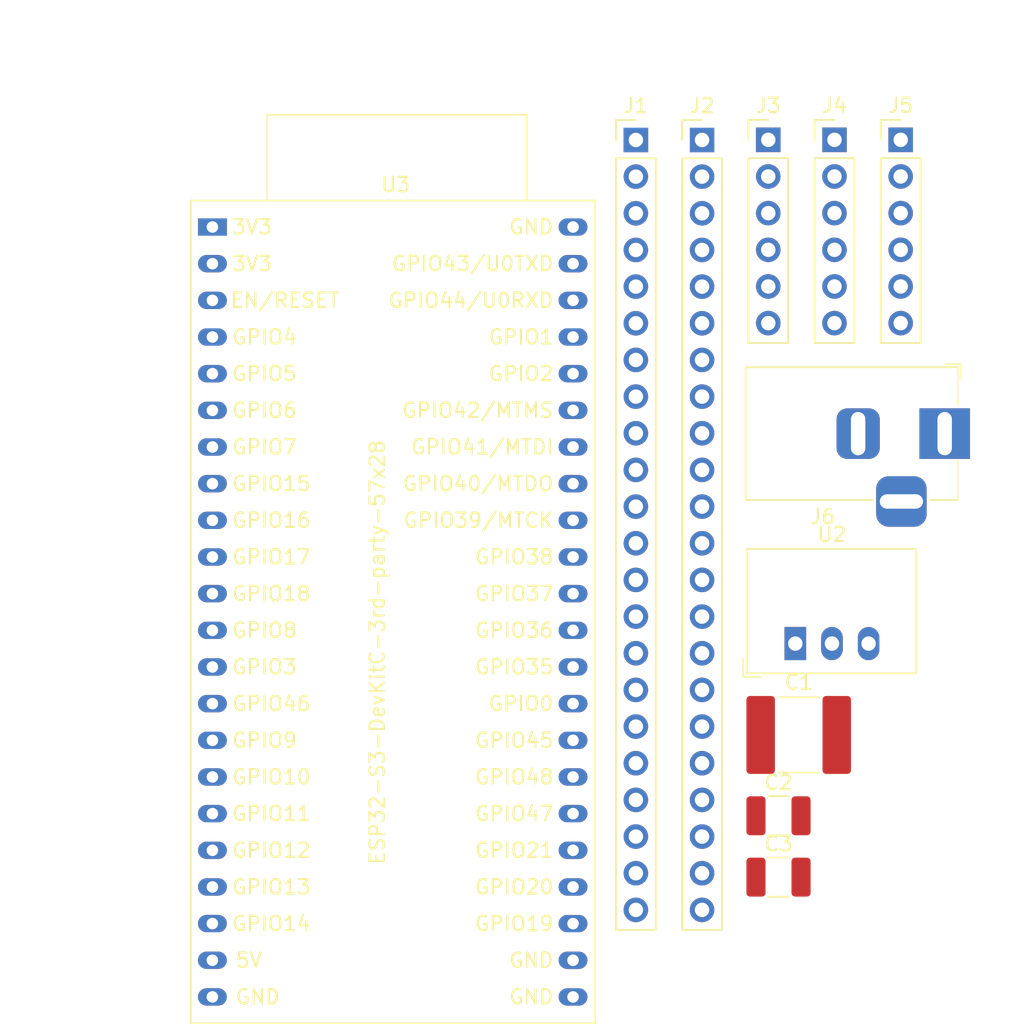
<source format=kicad_pcb>
(kicad_pcb (version 20241229) (generator "pcbnew") (generator_version "9.0")
  (layers (0 "F.Cu" signal) (2 "B.Cu" signal) (13 "F.Paste" user) (15 "B.Paste" user) (5 "F.SilkS" user "F.Silkscreen") (7 "B.SilkS" user "B.Silkscreen") (1 "F.Mask" user) (3 "B.Mask" user) (25 "Edge.Cuts" user))
  (net 0 "")
  (net 1 "+12V")
  (net 2 "GND")
  (net 3 "+5V")
  (net 4 "GPIO19_RTS1")
  (net 5 "GPIO36_CTS2")
  (net 6 "GPIO37_TX2")
  (net 7 "GPIO38_RX2")
  (net 8 "GPIO1_RX0")
  (net 9 "GPIO20_CTS1")
  (net 10 "GPIO35_RTS2")
  (net 11 "GPIO43_TX0")
  (net 12 "GPIO15_RTS0")
  (net 13 "+3.3V")
  (net 14 "GPIO17_TX1")
  (net 15 "GPIO16_CTS0")
  (net 16 "GPIO18_RX1")
  (net 18 "GPIO44")
  (net 19 "GPIO40")
  (net 20 "GPIO47")
  (net 21 "GPIO48")
  (net 22 "GPIO41")
  (net 23 "GPIO2")
  (net 24 "GPIO0")
  (net 25 "GPIO21")
  (net 26 "GPIO45")
  (net 27 "GPIO39")
  (net 28 "GPIO42")
  (net 29 "GPIO4")
  (net 30 "GPIO12")
  (net 31 "/GPIO7")
  (net 32 "GPIO10")
  (net 33 "GPIO6")
  (net 34 "GPIO46")
  (net 35 "GPIO11")
  (net 36 "GPIO8")
  (net 37 "GPIO14")
  (net 38 "GPIO3")
  (net 39 "GPIO5")
  (net 40 "GPIO13")
  (net 41 "RST")
  (net 42 "GPIO9")
  (footprint "Capacitor_SMD:C_2220_5750Metric_Pad1.97x5.40mm_HandSolder" (layer "F.Cu") (at 174.155 114.33)
    (property "Reference" "C1" (at 0 -3.65 0) (layer "F.SilkS"))
    (property "Value" "22uF/50V")
    (fp_line (start -1.415748 -2.61) (end 1.415748 -2.61) (stroke (width 0.12)) (layer "F.SilkS"))
    (fp_line (start -1.415748 2.61) (end 1.415748 2.61) (stroke (width 0.12)) (layer "F.SilkS"))
    (pad "1" smd roundrect (at -2.6375 0) (size 1.975 5.4) (layers "F.Cu" "F.Mask" "F.Paste") (roundrect_rratio 0.126582) (net 1 "+12V"))
    (pad "2" smd roundrect (at 2.6375 0) (size 1.975 5.4) (layers "F.Cu" "F.Mask" "F.Paste") (roundrect_rratio 0.126582) (net 2 "GND"))
  )
  (footprint "Connector_PinHeader_2.54mm:PinHeader_1x06_P2.54mm_Vertical" (layer "F.Cu") (at 172.045 73.1)
    (property "Reference" "J3" (at 0 -2.38 0) (layer "F.SilkS"))
    (property "Value" "Conn_01x06_Socket")
    (fp_line (start -1.38 -1.38) (end 0 -1.38) (stroke (width 0.12)) (layer "F.SilkS"))
    (fp_line (start -1.38 0) (end -1.38 -1.38) (stroke (width 0.12)) (layer "F.SilkS"))
    (fp_line (start -1.38 1.27) (end -1.38 14.08) (stroke (width 0.12)) (layer "F.SilkS"))
    (fp_line (start -1.38 1.27) (end 1.38 1.27) (stroke (width 0.12)) (layer "F.SilkS"))
    (fp_line (start -1.38 14.08) (end 1.38 14.08) (stroke (width 0.12)) (layer "F.SilkS"))
    (fp_line (start 1.38 1.27) (end 1.38 14.08) (stroke (width 0.12)) (layer "F.SilkS"))
    (pad "1" thru_hole rect (at 0 0) (size 1.7 1.7) (drill 1) (layers "*.Cu" "*.Mask") (net 15 "GPIO16_CTS0"))
    (pad "2" thru_hole circle (at 0 2.54) (size 1.7 1.7) (drill 1) (layers "*.Cu" "*.Mask") (net 11 "GPIO43_TX0"))
    (pad "3" thru_hole circle (at 0 5.08) (size 1.7 1.7) (drill 1) (layers "*.Cu" "*.Mask") (net 8 "GPIO1_RX0"))
    (pad "4" thru_hole circle (at 0 7.62) (size 1.7 1.7) (drill 1) (layers "*.Cu" "*.Mask") (net 3 "+5V"))
    (pad "5" thru_hole circle (at 0 10.16) (size 1.7 1.7) (drill 1) (layers "*.Cu" "*.Mask") (net 12 "GPIO15_RTS0"))
    (pad "6" thru_hole circle (at 0 12.7) (size 1.7 1.7) (drill 1) (layers "*.Cu" "*.Mask") (net 2 "GND"))
  )
  (footprint "Connector_PinHeader_2.54mm:PinHeader_1x06_P2.54mm_Vertical" (layer "F.Cu") (at 181.225 73.1)
    (property "Reference" "J5" (at 0 -2.38 0) (layer "F.SilkS"))
    (property "Value" "Conn_01x06_Socket")
    (fp_line (start -1.38 -1.38) (end 0 -1.38) (stroke (width 0.12)) (layer "F.SilkS"))
    (fp_line (start -1.38 0) (end -1.38 -1.38) (stroke (width 0.12)) (layer "F.SilkS"))
    (fp_line (start -1.38 1.27) (end -1.38 14.08) (stroke (width 0.12)) (layer "F.SilkS"))
    (fp_line (start -1.38 1.27) (end 1.38 1.27) (stroke (width 0.12)) (layer "F.SilkS"))
    (fp_line (start -1.38 14.08) (end 1.38 14.08) (stroke (width 0.12)) (layer "F.SilkS"))
    (fp_line (start 1.38 1.27) (end 1.38 14.08) (stroke (width 0.12)) (layer "F.SilkS"))
    (pad "1" thru_hole rect (at 0 0) (size 1.7 1.7) (drill 1) (layers "*.Cu" "*.Mask") (net 5 "GPIO36_CTS2"))
    (pad "2" thru_hole circle (at 0 2.54) (size 1.7 1.7) (drill 1) (layers "*.Cu" "*.Mask") (net 6 "GPIO37_TX2"))
    (pad "3" thru_hole circle (at 0 5.08) (size 1.7 1.7) (drill 1) (layers "*.Cu" "*.Mask") (net 7 "GPIO38_RX2"))
    (pad "4" thru_hole circle (at 0 7.62) (size 1.7 1.7) (drill 1) (layers "*.Cu" "*.Mask") (net 3 "+5V"))
    (pad "5" thru_hole circle (at 0 10.16) (size 1.7 1.7) (drill 1) (layers "*.Cu" "*.Mask") (net 10 "GPIO35_RTS2"))
    (pad "6" thru_hole circle (at 0 12.7) (size 1.7 1.7) (drill 1) (layers "*.Cu" "*.Mask") (net 2 "GND"))
  )
  (footprint "Capacitor_SMD:C_1210_3225Metric_Pad1.33x2.70mm_HandSolder" (layer "F.Cu") (at 172.755 124.18)
    (property "Reference" "C3" (at 0 -2.3 0) (layer "F.SilkS"))
    (property "Value" "10uF/10V")
    (fp_line (start -0.711252 -1.36) (end 0.711252 -1.36) (stroke (width 0.12)) (layer "F.SilkS"))
    (fp_line (start -0.711252 1.36) (end 0.711252 1.36) (stroke (width 0.12)) (layer "F.SilkS"))
    (pad "1" smd roundrect (at -1.5625 0) (size 1.325 2.7) (layers "F.Cu" "F.Mask" "F.Paste") (roundrect_rratio 0.188679) (net 3 "+5V"))
    (pad "2" smd roundrect (at 1.5625 0) (size 1.325 2.7) (layers "F.Cu" "F.Mask" "F.Paste") (roundrect_rratio 0.188679) (net 2 "GND"))
  )
  (footprint "Converter_DCDC:Converter_DCDC_RECOM_R-78E-0.5_THT" (layer "F.Cu") (at 173.92 108)
    (property "Reference" "U2" (at 2.54 -7.56 0) (layer "F.SilkS"))
    (property "Value" "R-78C5.0-1.0")
    (fp_line (start -3.61 1.06) (end -3.61 2.3) (stroke (width 0.12)) (layer "F.SilkS"))
    (fp_line (start -3.61 2.3) (end -2.37 2.3) (stroke (width 0.12)) (layer "F.SilkS"))
    (fp_line (start -3.37 -6.56) (end 8.35 -6.56) (stroke (width 0.12)) (layer "F.SilkS"))
    (fp_line (start -3.37 2.06) (end -3.37 -6.56) (stroke (width 0.12)) (layer "F.SilkS"))
    (fp_line (start 8.35 -6.56) (end 8.35 2.06) (stroke (width 0.12)) (layer "F.SilkS"))
    (fp_line (start 8.35 2.06) (end -3.37 2.06) (stroke (width 0.12)) (layer "F.SilkS"))
    (pad "1" thru_hole rect (at 0 0) (size 1.5 2.3) (drill 1) (layers "*.Cu" "*.Mask") (net 1 "+12V"))
    (pad "2" thru_hole oval (at 2.54 0) (size 1.5 2.3) (drill 1) (layers "*.Cu" "*.Mask") (net 2 "GND"))
    (pad "3" thru_hole oval (at 5.08 0) (size 1.5 2.3) (drill 1) (layers "*.Cu" "*.Mask") (net 3 "+5V"))
  )
  (footprint "Capacitor_SMD:C_1210_3225Metric_Pad1.33x2.70mm_HandSolder" (layer "F.Cu") (at 172.755 119.93)
    (property "Reference" "C2" (at 0 -2.3 0) (layer "F.SilkS"))
    (property "Value" "4.7uF/16V")
    (fp_line (start -0.711252 -1.36) (end 0.711252 -1.36) (stroke (width 0.12)) (layer "F.SilkS"))
    (fp_line (start -0.711252 1.36) (end 0.711252 1.36) (stroke (width 0.12)) (layer "F.SilkS"))
    (pad "1" smd roundrect (at -1.5625 0) (size 1.325 2.7) (layers "F.Cu" "F.Mask" "F.Paste") (roundrect_rratio 0.188679) (net 3 "+5V"))
    (pad "2" smd roundrect (at 1.5625 0) (size 1.325 2.7) (layers "F.Cu" "F.Mask" "F.Paste") (roundrect_rratio 0.188679) (net 2 "GND"))
  )
  (footprint "Connector_PinHeader_2.54mm:PinHeader_1x22_P2.54mm_Vertical" (layer "F.Cu") (at 162.865 73.11)
    (property "Reference" "J1" (at 0 -2.38 0) (layer "F.SilkS"))
    (property "Value" "Conn_01x22_Socket")
    (fp_line (start -1.38 -1.38) (end 0 -1.38) (stroke (width 0.12)) (layer "F.SilkS"))
    (fp_line (start -1.38 0) (end -1.38 -1.38) (stroke (width 0.12)) (layer "F.SilkS"))
    (fp_line (start -1.38 1.27) (end -1.38 54.72) (stroke (width 0.12)) (layer "F.SilkS"))
    (fp_line (start -1.38 1.27) (end 1.38 1.27) (stroke (width 0.12)) (layer "F.SilkS"))
    (fp_line (start -1.38 54.72) (end 1.38 54.72) (stroke (width 0.12)) (layer "F.SilkS"))
    (fp_line (start 1.38 1.27) (end 1.38 54.72) (stroke (width 0.12)) (layer "F.SilkS"))
    (pad "1" thru_hole rect (at 0 0) (size 1.7 1.7) (drill 1) (layers "*.Cu" "*.Mask") (net 2 "GND"))
    (pad "2" thru_hole circle (at 0 2.54) (size 1.7 1.7) (drill 1) (layers "*.Cu" "*.Mask") (net 11 "GPIO43_TX0"))
    (pad "3" thru_hole circle (at 0 5.08) (size 1.7 1.7) (drill 1) (layers "*.Cu" "*.Mask") (net 18 "GPIO44"))
    (pad "4" thru_hole circle (at 0 7.62) (size 1.7 1.7) (drill 1) (layers "*.Cu" "*.Mask") (net 8 "GPIO1_RX0"))
    (pad "5" thru_hole circle (at 0 10.16) (size 1.7 1.7) (drill 1) (layers "*.Cu" "*.Mask") (net 23 "GPIO2"))
    (pad "6" thru_hole circle (at 0 12.7) (size 1.7 1.7) (drill 1) (layers "*.Cu" "*.Mask") (net 28 "GPIO42"))
    (pad "7" thru_hole circle (at 0 15.24) (size 1.7 1.7) (drill 1) (layers "*.Cu" "*.Mask") (net 22 "GPIO41"))
    (pad "8" thru_hole circle (at 0 17.78) (size 1.7 1.7) (drill 1) (layers "*.Cu" "*.Mask") (net 19 "GPIO40"))
    (pad "9" thru_hole circle (at 0 20.32) (size 1.7 1.7) (drill 1) (layers "*.Cu" "*.Mask") (net 27 "GPIO39"))
    (pad "10" thru_hole circle (at 0 22.86) (size 1.7 1.7) (drill 1) (layers "*.Cu" "*.Mask") (net 7 "GPIO38_RX2"))
    (pad "11" thru_hole circle (at 0 25.4) (size 1.7 1.7) (drill 1) (layers "*.Cu" "*.Mask") (net 6 "GPIO37_TX2"))
    (pad "12" thru_hole circle (at 0 27.94) (size 1.7 1.7) (drill 1) (layers "*.Cu" "*.Mask") (net 5 "GPIO36_CTS2"))
    (pad "13" thru_hole circle (at 0 30.48) (size 1.7 1.7) (drill 1) (layers "*.Cu" "*.Mask") (net 10 "GPIO35_RTS2"))
    (pad "14" thru_hole circle (at 0 33.02) (size 1.7 1.7) (drill 1) (layers "*.Cu" "*.Mask") (net 24 "GPIO0"))
    (pad "15" thru_hole circle (at 0 35.56) (size 1.7 1.7) (drill 1) (layers "*.Cu" "*.Mask") (net 26 "GPIO45"))
    (pad "16" thru_hole circle (at 0 38.1) (size 1.7 1.7) (drill 1) (layers "*.Cu" "*.Mask") (net 21 "GPIO48"))
    (pad "17" thru_hole circle (at 0 40.64) (size 1.7 1.7) (drill 1) (layers "*.Cu" "*.Mask") (net 20 "GPIO47"))
    (pad "18" thru_hole circle (at 0 43.18) (size 1.7 1.7) (drill 1) (layers "*.Cu" "*.Mask") (net 25 "GPIO21"))
    (pad "19" thru_hole circle (at 0 45.72) (size 1.7 1.7) (drill 1) (layers "*.Cu" "*.Mask") (net 9 "GPIO20_CTS1"))
    (pad "20" thru_hole circle (at 0 48.26) (size 1.7 1.7) (drill 1) (layers "*.Cu" "*.Mask") (net 4 "GPIO19_RTS1"))
    (pad "21" thru_hole circle (at 0 50.8) (size 1.7 1.7) (drill 1) (layers "*.Cu" "*.Mask") (net 2 "GND"))
    (pad "22" thru_hole circle (at 0 53.34) (size 1.7 1.7) (drill 1) (layers "*.Cu" "*.Mask") (net 2 "GND"))
  )
  (footprint "Connector_BarrelJack:BarrelJack_Horizontal" (layer "F.Cu") (at 184.275 93.455)
    (property "Reference" "J6" (at -8.45 5.75 0) (layer "F.SilkS"))
    (property "Value" "Barrel_Jack_Switch")
    (fp_line (start -13.8 -4.6) (end 0.9 -4.6) (stroke (width 0.12)) (layer "F.SilkS"))
    (fp_line (start -13.8 4.6) (end -13.8 -4.6) (stroke (width 0.12)) (layer "F.SilkS"))
    (fp_line (start -5 4.6) (end -13.8 4.6) (stroke (width 0.12)) (layer "F.SilkS"))
    (fp_line (start 0.05 -4.8) (end 1.1 -4.8) (stroke (width 0.12)) (layer "F.SilkS"))
    (fp_line (start 0.9 -4.6) (end 0.9 -2) (stroke (width 0.12)) (layer "F.SilkS"))
    (fp_line (start 0.9 1.9) (end 0.9 4.6) (stroke (width 0.12)) (layer "F.SilkS"))
    (fp_line (start 0.9 4.6) (end -1 4.6) (stroke (width 0.12)) (layer "F.SilkS"))
    (fp_line (start 1.1 -3.75) (end 1.1 -4.8) (stroke (width 0.12)) (layer "F.SilkS"))
    (pad "1" thru_hole rect (at 0 0) (size 3.5 3.5) (drill oval 1 3) (layers "*.Cu" "*.Mask") (net 1 "+12V"))
    (pad "2" thru_hole roundrect (at -6 0) (size 3 3.5) (drill oval 1 3) (layers "*.Cu" "*.Mask") (net 2 "GND"))
    (pad "3" thru_hole roundrect (at -3 4.7) (size 3.5 3.5) (drill oval 3 1) (layers "*.Cu" "*.Mask"))
  )
  (footprint "Connector_PinHeader_2.54mm:PinHeader_1x06_P2.54mm_Vertical" (layer "F.Cu") (at 176.635 73.1)
    (property "Reference" "J4" (at 0 -2.38 0) (layer "F.SilkS"))
    (property "Value" "Conn_01x06_Socket")
    (fp_line (start -1.38 -1.38) (end 0 -1.38) (stroke (width 0.12)) (layer "F.SilkS"))
    (fp_line (start -1.38 0) (end -1.38 -1.38) (stroke (width 0.12)) (layer "F.SilkS"))
    (fp_line (start -1.38 1.27) (end -1.38 14.08) (stroke (width 0.12)) (layer "F.SilkS"))
    (fp_line (start -1.38 1.27) (end 1.38 1.27) (stroke (width 0.12)) (layer "F.SilkS"))
    (fp_line (start -1.38 14.08) (end 1.38 14.08) (stroke (width 0.12)) (layer "F.SilkS"))
    (fp_line (start 1.38 1.27) (end 1.38 14.08) (stroke (width 0.12)) (layer "F.SilkS"))
    (pad "1" thru_hole rect (at 0 0) (size 1.7 1.7) (drill 1) (layers "*.Cu" "*.Mask") (net 9 "GPIO20_CTS1"))
    (pad "2" thru_hole circle (at 0 2.54) (size 1.7 1.7) (drill 1) (layers "*.Cu" "*.Mask") (net 14 "GPIO17_TX1"))
    (pad "3" thru_hole circle (at 0 5.08) (size 1.7 1.7) (drill 1) (layers "*.Cu" "*.Mask") (net 16 "GPIO18_RX1"))
    (pad "4" thru_hole circle (at 0 7.62) (size 1.7 1.7) (drill 1) (layers "*.Cu" "*.Mask") (net 3 "+5V"))
    (pad "5" thru_hole circle (at 0 10.16) (size 1.7 1.7) (drill 1) (layers "*.Cu" "*.Mask") (net 4 "GPIO19_RTS1"))
    (pad "6" thru_hole circle (at 0 12.7) (size 1.7 1.7) (drill 1) (layers "*.Cu" "*.Mask") (net 2 "GND"))
  )
  (footprint "Connector_PinHeader_2.54mm:PinHeader_1x22_P2.54mm_Vertical" (layer "F.Cu") (at 167.455 73.11)
    (property "Reference" "J2" (at 0 -2.38 0) (layer "F.SilkS"))
    (property "Value" "Conn_01x22_Socket")
    (fp_line (start -1.38 -1.38) (end 0 -1.38) (stroke (width 0.12)) (layer "F.SilkS"))
    (fp_line (start -1.38 0) (end -1.38 -1.38) (stroke (width 0.12)) (layer "F.SilkS"))
    (fp_line (start -1.38 1.27) (end -1.38 54.72) (stroke (width 0.12)) (layer "F.SilkS"))
    (fp_line (start -1.38 1.27) (end 1.38 1.27) (stroke (width 0.12)) (layer "F.SilkS"))
    (fp_line (start -1.38 54.72) (end 1.38 54.72) (stroke (width 0.12)) (layer "F.SilkS"))
    (fp_line (start 1.38 1.27) (end 1.38 54.72) (stroke (width 0.12)) (layer "F.SilkS"))
    (pad "1" thru_hole rect (at 0 0) (size 1.7 1.7) (drill 1) (layers "*.Cu" "*.Mask") (net 13 "+3.3V"))
    (pad "2" thru_hole circle (at 0 2.54) (size 1.7 1.7) (drill 1) (layers "*.Cu" "*.Mask") (net 13 "+3.3V"))
    (pad "3" thru_hole circle (at 0 5.08) (size 1.7 1.7) (drill 1) (layers "*.Cu" "*.Mask") (net 41 "RST"))
    (pad "4" thru_hole circle (at 0 7.62) (size 1.7 1.7) (drill 1) (layers "*.Cu" "*.Mask") (net 29 "GPIO4"))
    (pad "5" thru_hole circle (at 0 10.16) (size 1.7 1.7) (drill 1) (layers "*.Cu" "*.Mask") (net 39 "GPIO5"))
    (pad "6" thru_hole circle (at 0 12.7) (size 1.7 1.7) (drill 1) (layers "*.Cu" "*.Mask") (net 33 "GPIO6"))
    (pad "7" thru_hole circle (at 0 15.24) (size 1.7 1.7) (drill 1) (layers "*.Cu" "*.Mask") (net 31 "/GPIO7"))
    (pad "8" thru_hole circle (at 0 17.78) (size 1.7 1.7) (drill 1) (layers "*.Cu" "*.Mask") (net 12 "GPIO15_RTS0"))
    (pad "9" thru_hole circle (at 0 20.32) (size 1.7 1.7) (drill 1) (layers "*.Cu" "*.Mask") (net 15 "GPIO16_CTS0"))
    (pad "10" thru_hole circle (at 0 22.86) (size 1.7 1.7) (drill 1) (layers "*.Cu" "*.Mask") (net 14 "GPIO17_TX1"))
    (pad "11" thru_hole circle (at 0 25.4) (size 1.7 1.7) (drill 1) (layers "*.Cu" "*.Mask") (net 16 "GPIO18_RX1"))
    (pad "12" thru_hole circle (at 0 27.94) (size 1.7 1.7) (drill 1) (layers "*.Cu" "*.Mask") (net 36 "GPIO8"))
    (pad "13" thru_hole circle (at 0 30.48) (size 1.7 1.7) (drill 1) (layers "*.Cu" "*.Mask") (net 38 "GPIO3"))
    (pad "14" thru_hole circle (at 0 33.02) (size 1.7 1.7) (drill 1) (layers "*.Cu" "*.Mask") (net 34 "GPIO46"))
    (pad "15" thru_hole circle (at 0 35.56) (size 1.7 1.7) (drill 1) (layers "*.Cu" "*.Mask") (net 42 "GPIO9"))
    (pad "16" thru_hole circle (at 0 38.1) (size 1.7 1.7) (drill 1) (layers "*.Cu" "*.Mask") (net 32 "GPIO10"))
    (pad "17" thru_hole circle (at 0 40.64) (size 1.7 1.7) (drill 1) (layers "*.Cu" "*.Mask") (net 35 "GPIO11"))
    (pad "18" thru_hole circle (at 0 43.18) (size 1.7 1.7) (drill 1) (layers "*.Cu" "*.Mask") (net 30 "GPIO12"))
    (pad "19" thru_hole circle (at 0 45.72) (size 1.7 1.7) (drill 1) (layers "*.Cu" "*.Mask") (net 40 "GPIO13"))
    (pad "20" thru_hole circle (at 0 48.26) (size 1.7 1.7) (drill 1) (layers "*.Cu" "*.Mask") (net 37 "GPIO14"))
    (pad "21" thru_hole circle (at 0 50.8) (size 1.7 1.7) (drill 1) (layers "*.Cu" "*.Mask") (net 3 "+5V"))
    (pad "22" thru_hole circle (at 0 53.34) (size 1.7 1.7) (drill 1) (layers "*.Cu" "*.Mask") (net 2 "GND"))
  )
  (footprint "PCM_Espressif:ESP32-S3-DevKitC_3rd_party_57x28" (layer "F.Cu") (at 133.51 78.4114)
    (property "Reference" "U3" (at 12.7 -2.2 0) (layer "F.SilkS"))
    (property "Value" "ESP32-S3-DevKitC-3rd-party-57x28" (at 11.42632 30.19128 90) (layer "F.SilkS"))
    (fp_line (start -1.5 -1.1) (end -1.5 55.9) (stroke (width 0.12)) (layer "F.SilkS"))
    (fp_line (start -1.5 55.9) (end 26.5 55.9) (stroke (width 0.12)) (layer "F.SilkS"))
    (fp_line (start 3.8 -7.0464) (end 21.7832 -7.0464) (stroke (width 0.12)) (layer "F.SilkS"))
    (fp_line (start 3.8 -1.1536) (end 3.8 -7.0464) (stroke (width 0.12)) (layer "F.SilkS"))
    (fp_line (start 21.7832 -7.0464) (end 21.7832 -1.1536) (stroke (width 0.12)) (layer "F.SilkS"))
    (fp_line (start 26.5 -1.1) (end -1.499999 -1.1) (stroke (width 0.12)) (layer "F.SilkS"))
    (fp_line (start 26.5 55.9) (end 26.5 -1.1) (stroke (width 0.12)) (layer "F.SilkS"))
    (fp_text user "GPIO14" (at 1.27 48.99 0) (layer "F.SilkS") (effects (justify left)))
    (fp_text user "GPIO15" (at 1.27 18.51 0) (layer "F.SilkS") (effects (justify left)))
    (fp_text user "GPIO5" (at 1.27 10.89 0) (layer "F.SilkS") (effects (justify left)))
    (fp_text user "GPIO6" (at 1.27 13.43 0) (layer "F.SilkS") (effects (justify left)))
    (fp_text user "EN/RESET" (at 8.88632 5.80728 0) (layer "F.SilkS") (effects (justify right)))
    (fp_text user "GPIO10" (at 1.27 38.83 0) (layer "F.SilkS") (effects (justify left)))
    (fp_text user "GND" (at 23.73 54.07 0) (layer "F.SilkS") (effects (justify right)))
    (fp_text user "GPIO21" (at 23.73 43.91 0) (layer "F.SilkS") (effects (justify right)))
    (fp_text user "GPIO3" (at 1.27 31.21 0) (layer "F.SilkS") (effects (justify left)))
    (fp_text user "GPIO0" (at 23.73 33.75 0) (layer "F.SilkS") (effects (justify right)))
    (fp_text user "3V3" (at 1.27 3.27 0) (layer "F.SilkS") (effects (justify left)))
    (fp_text user "GPIO11" (at 1.27 41.37 0) (layer "F.SilkS") (effects (justify left)))
    (fp_text user "GPIO46" (at 1.27 33.75 0) (layer "F.SilkS") (effects (justify left)))
    (fp_text user "GND" (at 23.73 51.53 0) (layer "F.SilkS") (effects (justify right)))
    (fp_text user "GPIO37" (at 23.73 26.13 0) (layer "F.SilkS") (effects (justify right)))
    (fp_text user "GPIO12" (at 1.27 43.91 0) (layer "F.SilkS") (effects (justify left)))
    (fp_text user "GPIO9" (at 1.27 36.29 0) (layer "F.SilkS") (effects (justify left)))
    (fp_text user "GND" (at 1.52032 54.06728 0) (layer "F.SilkS") (effects (justify left)))
    (fp_text user "5V" (at 1.52032 51.52728 0) (layer "F.SilkS") (effects (justify left)))
    (fp_text user "GPIO1" (at 23.73 8.35 0) (layer "F.SilkS") (effects (justify right)))
    (fp_text user "GPIO39/MTCK" (at 23.73 21.05 0) (layer "F.SilkS") (effects (justify right)))
    (fp_text user "GPIO13" (at 1.27 46.45 0) (layer "F.SilkS") (effects (justify left)))
    (fp_text user "GPIO2" (at 23.73 10.89 0) (layer "F.SilkS") (effects (justify right)))
    (fp_text user "GPIO45" (at 23.73 36.29 0) (layer "F.SilkS") (effects (justify right)))
    (fp_text user "GPIO20" (at 23.73 46.45 0) (layer "F.SilkS") (effects (justify right)))
    (fp_text user "GPIO8" (at 1.27 28.67 0) (layer "F.SilkS") (effects (justify left)))
    (fp_text user "3V3" (at 1.27 0.73 0) (layer "F.SilkS") (effects (justify left)))
    (fp_text user "GPIO19" (at 23.73 48.99 0) (layer "F.SilkS") (effects (justify right)))
    (fp_text user "GPIO16" (at 1.27 21.05 0) (layer "F.SilkS") (effects (justify left)))
    (fp_text user "GPIO48" (at 23.73 38.83 0) (layer "F.SilkS") (effects (justify right)))
    (fp_text user "GPIO44/U0RXD" (at 23.73 5.81 0) (layer "F.SilkS") (effects (justify right)))
    (fp_text user "GPIO41/MTDI" (at 23.73 15.97 0) (layer "F.SilkS") (effects (justify right)))
    (fp_text user "GPIO38" (at 23.73 23.59 0) (layer "F.SilkS") (effects (justify right)))
    (fp_text user "GPIO43/U0TXD" (at 23.73 3.27 0) (layer "F.SilkS") (effects (justify right)))
    (fp_text user "GPIO4" (at 1.27 8.35 0) (layer "F.SilkS") (effects (justify left)))
    (fp_text user "GPIO47" (at 23.73 41.37 0) (layer "F.SilkS") (effects (justify right)))
    (fp_text user "GPIO18" (at 1.27 26.13 0) (layer "F.SilkS") (effects (justify left)))
    (fp_text user "GPIO7" (at 1.27 15.97 0) (layer "F.SilkS") (effects (justify left)))
    (fp_text user "GND" (at 23.73 0.73 0) (layer "F.SilkS") (effects (justify right)))
    (fp_text user "GPIO42/MTMS" (at 23.73 13.43 0) (layer "F.SilkS") (effects (justify right)))
    (fp_text user "GPIO36" (at 23.73 28.67 0) (layer "F.SilkS") (effects (justify right)))
    (fp_text user "GPIO17" (at 1.27 23.59 0) (layer "F.SilkS") (effects (justify left)))
    (fp_text user "GPIO35" (at 23.73 31.21 0) (layer "F.SilkS") (effects (justify right)))
    (fp_text user "GPIO40/MTDO" (at 23.73 18.51 0) (layer "F.SilkS") (effects (justify right)))
    (pad "1" thru_hole rect (at 0 0.73 270) (size 1.2 2) (drill 0.8) (layers "*.Cu" "*.Mask") (net 13 "+3.3V"))
    (pad "2" thru_hole oval (at 0 3.27 270) (size 1.2 2) (drill 0.8) (layers "*.Cu" "*.Mask") (net 13 "+3.3V"))
    (pad "3" thru_hole oval (at 0 5.81 270) (size 1.2 2) (drill 0.8) (layers "*.Cu" "*.Mask") (net 41 "RST"))
    (pad "4" thru_hole oval (at 0 8.35 270) (size 1.2 2) (drill 0.8) (layers "*.Cu" "*.Mask") (net 29 "GPIO4"))
    (pad "5" thru_hole oval (at 0 10.89 270) (size 1.2 2) (drill 0.8) (layers "*.Cu" "*.Mask") (net 39 "GPIO5"))
    (pad "6" thru_hole oval (at 0 13.43 270) (size 1.2 2) (drill 0.8) (layers "*.Cu" "*.Mask") (net 33 "GPIO6"))
    (pad "7" thru_hole oval (at 0 15.97 270) (size 1.2 2) (drill 0.8) (layers "*.Cu" "*.Mask") (net 31 "/GPIO7"))
    (pad "8" thru_hole oval (at 0 18.51 270) (size 1.2 2) (drill 0.8) (layers "*.Cu" "*.Mask") (net 12 "GPIO15_RTS0"))
    (pad "9" thru_hole oval (at 0 21.05 270) (size 1.2 2) (drill 0.8) (layers "*.Cu" "*.Mask") (net 15 "GPIO16_CTS0"))
    (pad "10" thru_hole oval (at 0 23.59 270) (size 1.2 2) (drill 0.8) (layers "*.Cu" "*.Mask") (net 14 "GPIO17_TX1"))
    (pad "11" thru_hole oval (at 0 26.13 270) (size 1.2 2) (drill 0.8) (layers "*.Cu" "*.Mask") (net 16 "GPIO18_RX1"))
    (pad "12" thru_hole oval (at 0 28.67 270) (size 1.2 2) (drill 0.8) (layers "*.Cu" "*.Mask") (net 36 "GPIO8"))
    (pad "13" thru_hole oval (at 0 31.21 270) (size 1.2 2) (drill 0.8) (layers "*.Cu" "*.Mask") (net 38 "GPIO3"))
    (pad "14" thru_hole oval (at 0 33.75 270) (size 1.2 2) (drill 0.8) (layers "*.Cu" "*.Mask") (net 34 "GPIO46"))
    (pad "15" thru_hole oval (at 0 36.29 270) (size 1.2 2) (drill 0.8) (layers "*.Cu" "*.Mask") (net 42 "GPIO9"))
    (pad "16" thru_hole oval (at 0 38.83 270) (size 1.2 2) (drill 0.8) (layers "*.Cu" "*.Mask") (net 32 "GPIO10"))
    (pad "17" thru_hole oval (at 0 41.37 270) (size 1.2 2) (drill 0.8) (layers "*.Cu" "*.Mask") (net 35 "GPIO11"))
    (pad "18" thru_hole oval (at 0 43.91 270) (size 1.2 2) (drill 0.8) (layers "*.Cu" "*.Mask") (net 30 "GPIO12"))
    (pad "19" thru_hole oval (at 0 46.45 270) (size 1.2 2) (drill 0.8) (layers "*.Cu" "*.Mask") (net 40 "GPIO13"))
    (pad "20" thru_hole oval (at -0.00368 48.98728 270) (size 1.2 2) (drill 0.8) (layers "*.Cu" "*.Mask") (net 37 "GPIO14"))
    (pad "21" thru_hole oval (at -0.00368 51.52728 270) (size 1.2 2) (drill 0.8) (layers "*.Cu" "*.Mask") (net 3 "+5V"))
    (pad "22" thru_hole oval (at -0.00368 54.06728 270) (size 1.2 2) (drill 0.8) (layers "*.Cu" "*.Mask") (net 2 "GND"))
    (pad "23" thru_hole oval (at 25 54.07 270) (size 1.2 2) (drill 0.8) (layers "*.Cu" "*.Mask") (net 2 "GND"))
    (pad "24" thru_hole oval (at 25 51.53 270) (size 1.2 2) (drill 0.8) (layers "*.Cu" "*.Mask") (net 2 "GND"))
    (pad "25" thru_hole oval (at 25 48.99 270) (size 1.2 2) (drill 0.8) (layers "*.Cu" "*.Mask") (net 4 "GPIO19_RTS1"))
    (pad "26" thru_hole oval (at 25 46.45 270) (size 1.2 2) (drill 0.8) (layers "*.Cu" "*.Mask") (net 9 "GPIO20_CTS1"))
    (pad "27" thru_hole oval (at 25 43.91 270) (size 1.2 2) (drill 0.8) (layers "*.Cu" "*.Mask") (net 25 "GPIO21"))
    (pad "28" thru_hole oval (at 25 41.37 270) (size 1.2 2) (drill 0.8) (layers "*.Cu" "*.Mask") (net 20 "GPIO47"))
    (pad "29" thru_hole oval (at 25 38.83 270) (size 1.2 2) (drill 0.8) (layers "*.Cu" "*.Mask") (net 21 "GPIO48"))
    (pad "30" thru_hole oval (at 25 36.29 270) (size 1.2 2) (drill 0.8) (layers "*.Cu" "*.Mask") (net 26 "GPIO45"))
    (pad "31" thru_hole oval (at 25 33.75 270) (size 1.2 2) (drill 0.8) (layers "*.Cu" "*.Mask") (net 24 "GPIO0"))
    (pad "32" thru_hole oval (at 25 31.21 270) (size 1.2 2) (drill 0.8) (layers "*.Cu" "*.Mask") (net 10 "GPIO35_RTS2"))
    (pad "33" thru_hole oval (at 25 28.67 270) (size 1.2 2) (drill 0.8) (layers "*.Cu" "*.Mask") (net 5 "GPIO36_CTS2"))
    (pad "34" thru_hole oval (at 25 26.13 270) (size 1.2 2) (drill 0.8) (layers "*.Cu" "*.Mask") (net 6 "GPIO37_TX2"))
    (pad "35" thru_hole oval (at 25 23.59 270) (size 1.2 2) (drill 0.8) (layers "*.Cu" "*.Mask") (net 7 "GPIO38_RX2"))
    (pad "36" thru_hole oval (at 25 21.05 270) (size 1.2 2) (drill 0.8) (layers "*.Cu" "*.Mask") (net 27 "GPIO39"))
    (pad "37" thru_hole oval (at 25 18.51 270) (size 1.2 2) (drill 0.8) (layers "*.Cu" "*.Mask") (net 19 "GPIO40"))
    (pad "38" thru_hole oval (at 25 15.97 270) (size 1.2 2) (drill 0.8) (layers "*.Cu" "*.Mask") (net 22 "GPIO41"))
    (pad "39" thru_hole oval (at 25 13.43 270) (size 1.2 2) (drill 0.8) (layers "*.Cu" "*.Mask") (net 28 "GPIO42"))
    (pad "40" thru_hole oval (at 25 10.89 270) (size 1.2 2) (drill 0.8) (layers "*.Cu" "*.Mask") (net 23 "GPIO2"))
    (pad "41" thru_hole oval (at 25 8.35 270) (size 1.2 2) (drill 0.8) (layers "*.Cu" "*.Mask") (net 8 "GPIO1_RX0"))
    (pad "42" thru_hole oval (at 25 5.81 270) (size 1.2 2) (drill 0.8) (layers "*.Cu" "*.Mask") (net 18 "GPIO44"))
    (pad "43" thru_hole oval (at 25 3.27 270) (size 1.2 2) (drill 0.8) (layers "*.Cu" "*.Mask") (net 11 "GPIO43_TX0"))
    (pad "44" thru_hole oval (at 25 0.73 270) (size 1.2 2) (drill 0.8) (layers "*.Cu" "*.Mask") (net 2 "GND"))
  )
)
</source>
